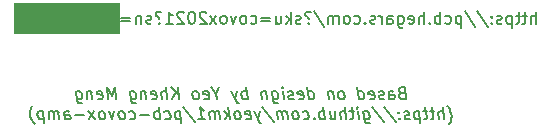
<source format=gbo>
%TF.GenerationSoftware,KiCad,Pcbnew,(5.1.9)-1*%
%TF.CreationDate,2021-01-10T22:28:58+11:00*%
%TF.ProjectId,pcb-covox-amp,7063622d-636f-4766-9f78-2d616d702e6b,3*%
%TF.SameCoordinates,Original*%
%TF.FileFunction,Legend,Bot*%
%TF.FilePolarity,Positive*%
%FSLAX46Y46*%
G04 Gerber Fmt 4.6, Leading zero omitted, Abs format (unit mm)*
G04 Created by KiCad (PCBNEW (5.1.9)-1) date 2021-01-10 22:28:58*
%MOMM*%
%LPD*%
G01*
G04 APERTURE LIST*
%ADD10C,0.100000*%
%ADD11C,0.200000*%
G04 APERTURE END LIST*
D10*
G36*
X122860000Y-100090000D02*
G01*
X113970000Y-100090000D01*
X113970000Y-97550000D01*
X122860000Y-97550000D01*
X122860000Y-100090000D01*
G37*
X122860000Y-100090000D02*
X113970000Y-100090000D01*
X113970000Y-97550000D01*
X122860000Y-97550000D01*
X122860000Y-100090000D01*
D11*
X158187619Y-99272380D02*
X158187619Y-98272380D01*
X157759047Y-99272380D02*
X157759047Y-98748571D01*
X157806666Y-98653333D01*
X157901904Y-98605714D01*
X158044761Y-98605714D01*
X158140000Y-98653333D01*
X158187619Y-98700952D01*
X157425714Y-98605714D02*
X157044761Y-98605714D01*
X157282857Y-98272380D02*
X157282857Y-99129523D01*
X157235238Y-99224761D01*
X157140000Y-99272380D01*
X157044761Y-99272380D01*
X156854285Y-98605714D02*
X156473333Y-98605714D01*
X156711428Y-98272380D02*
X156711428Y-99129523D01*
X156663809Y-99224761D01*
X156568571Y-99272380D01*
X156473333Y-99272380D01*
X156140000Y-98605714D02*
X156140000Y-99605714D01*
X156140000Y-98653333D02*
X156044761Y-98605714D01*
X155854285Y-98605714D01*
X155759047Y-98653333D01*
X155711428Y-98700952D01*
X155663809Y-98796190D01*
X155663809Y-99081904D01*
X155711428Y-99177142D01*
X155759047Y-99224761D01*
X155854285Y-99272380D01*
X156044761Y-99272380D01*
X156140000Y-99224761D01*
X155282857Y-99224761D02*
X155187619Y-99272380D01*
X154997142Y-99272380D01*
X154901904Y-99224761D01*
X154854285Y-99129523D01*
X154854285Y-99081904D01*
X154901904Y-98986666D01*
X154997142Y-98939047D01*
X155140000Y-98939047D01*
X155235238Y-98891428D01*
X155282857Y-98796190D01*
X155282857Y-98748571D01*
X155235238Y-98653333D01*
X155140000Y-98605714D01*
X154997142Y-98605714D01*
X154901904Y-98653333D01*
X154425714Y-99177142D02*
X154378095Y-99224761D01*
X154425714Y-99272380D01*
X154473333Y-99224761D01*
X154425714Y-99177142D01*
X154425714Y-99272380D01*
X154425714Y-98653333D02*
X154378095Y-98700952D01*
X154425714Y-98748571D01*
X154473333Y-98700952D01*
X154425714Y-98653333D01*
X154425714Y-98748571D01*
X153235238Y-98224761D02*
X154092380Y-99510476D01*
X152187619Y-98224761D02*
X153044761Y-99510476D01*
X151854285Y-98605714D02*
X151854285Y-99605714D01*
X151854285Y-98653333D02*
X151759047Y-98605714D01*
X151568571Y-98605714D01*
X151473333Y-98653333D01*
X151425714Y-98700952D01*
X151378095Y-98796190D01*
X151378095Y-99081904D01*
X151425714Y-99177142D01*
X151473333Y-99224761D01*
X151568571Y-99272380D01*
X151759047Y-99272380D01*
X151854285Y-99224761D01*
X150520952Y-99224761D02*
X150616190Y-99272380D01*
X150806666Y-99272380D01*
X150901904Y-99224761D01*
X150949523Y-99177142D01*
X150997142Y-99081904D01*
X150997142Y-98796190D01*
X150949523Y-98700952D01*
X150901904Y-98653333D01*
X150806666Y-98605714D01*
X150616190Y-98605714D01*
X150520952Y-98653333D01*
X150092380Y-99272380D02*
X150092380Y-98272380D01*
X150092380Y-98653333D02*
X149997142Y-98605714D01*
X149806666Y-98605714D01*
X149711428Y-98653333D01*
X149663809Y-98700952D01*
X149616190Y-98796190D01*
X149616190Y-99081904D01*
X149663809Y-99177142D01*
X149711428Y-99224761D01*
X149806666Y-99272380D01*
X149997142Y-99272380D01*
X150092380Y-99224761D01*
X149187619Y-99177142D02*
X149140000Y-99224761D01*
X149187619Y-99272380D01*
X149235238Y-99224761D01*
X149187619Y-99177142D01*
X149187619Y-99272380D01*
X148711428Y-99272380D02*
X148711428Y-98272380D01*
X148282857Y-99272380D02*
X148282857Y-98748571D01*
X148330476Y-98653333D01*
X148425714Y-98605714D01*
X148568571Y-98605714D01*
X148663809Y-98653333D01*
X148711428Y-98700952D01*
X147425714Y-99224761D02*
X147520952Y-99272380D01*
X147711428Y-99272380D01*
X147806666Y-99224761D01*
X147854285Y-99129523D01*
X147854285Y-98748571D01*
X147806666Y-98653333D01*
X147711428Y-98605714D01*
X147520952Y-98605714D01*
X147425714Y-98653333D01*
X147378095Y-98748571D01*
X147378095Y-98843809D01*
X147854285Y-98939047D01*
X146520952Y-98605714D02*
X146520952Y-99415238D01*
X146568571Y-99510476D01*
X146616190Y-99558095D01*
X146711428Y-99605714D01*
X146854285Y-99605714D01*
X146949523Y-99558095D01*
X146520952Y-99224761D02*
X146616190Y-99272380D01*
X146806666Y-99272380D01*
X146901904Y-99224761D01*
X146949523Y-99177142D01*
X146997142Y-99081904D01*
X146997142Y-98796190D01*
X146949523Y-98700952D01*
X146901904Y-98653333D01*
X146806666Y-98605714D01*
X146616190Y-98605714D01*
X146520952Y-98653333D01*
X145616190Y-99272380D02*
X145616190Y-98748571D01*
X145663809Y-98653333D01*
X145759047Y-98605714D01*
X145949523Y-98605714D01*
X146044761Y-98653333D01*
X145616190Y-99224761D02*
X145711428Y-99272380D01*
X145949523Y-99272380D01*
X146044761Y-99224761D01*
X146092380Y-99129523D01*
X146092380Y-99034285D01*
X146044761Y-98939047D01*
X145949523Y-98891428D01*
X145711428Y-98891428D01*
X145616190Y-98843809D01*
X145140000Y-99272380D02*
X145140000Y-98605714D01*
X145140000Y-98796190D02*
X145092380Y-98700952D01*
X145044761Y-98653333D01*
X144949523Y-98605714D01*
X144854285Y-98605714D01*
X144568571Y-99224761D02*
X144473333Y-99272380D01*
X144282857Y-99272380D01*
X144187619Y-99224761D01*
X144140000Y-99129523D01*
X144140000Y-99081904D01*
X144187619Y-98986666D01*
X144282857Y-98939047D01*
X144425714Y-98939047D01*
X144520952Y-98891428D01*
X144568571Y-98796190D01*
X144568571Y-98748571D01*
X144520952Y-98653333D01*
X144425714Y-98605714D01*
X144282857Y-98605714D01*
X144187619Y-98653333D01*
X143711428Y-99177142D02*
X143663809Y-99224761D01*
X143711428Y-99272380D01*
X143759047Y-99224761D01*
X143711428Y-99177142D01*
X143711428Y-99272380D01*
X142806666Y-99224761D02*
X142901904Y-99272380D01*
X143092380Y-99272380D01*
X143187619Y-99224761D01*
X143235238Y-99177142D01*
X143282857Y-99081904D01*
X143282857Y-98796190D01*
X143235238Y-98700952D01*
X143187619Y-98653333D01*
X143092380Y-98605714D01*
X142901904Y-98605714D01*
X142806666Y-98653333D01*
X142235238Y-99272380D02*
X142330476Y-99224761D01*
X142378095Y-99177142D01*
X142425714Y-99081904D01*
X142425714Y-98796190D01*
X142378095Y-98700952D01*
X142330476Y-98653333D01*
X142235238Y-98605714D01*
X142092380Y-98605714D01*
X141997142Y-98653333D01*
X141949523Y-98700952D01*
X141901904Y-98796190D01*
X141901904Y-99081904D01*
X141949523Y-99177142D01*
X141997142Y-99224761D01*
X142092380Y-99272380D01*
X142235238Y-99272380D01*
X141473333Y-99272380D02*
X141473333Y-98605714D01*
X141473333Y-98700952D02*
X141425714Y-98653333D01*
X141330476Y-98605714D01*
X141187619Y-98605714D01*
X141092380Y-98653333D01*
X141044761Y-98748571D01*
X141044761Y-99272380D01*
X141044761Y-98748571D02*
X140997142Y-98653333D01*
X140901904Y-98605714D01*
X140759047Y-98605714D01*
X140663809Y-98653333D01*
X140616190Y-98748571D01*
X140616190Y-99272380D01*
X139425714Y-98224761D02*
X140282857Y-99510476D01*
X138949523Y-99177142D02*
X138901904Y-99224761D01*
X138949523Y-99272380D01*
X138997142Y-99224761D01*
X138949523Y-99177142D01*
X138949523Y-99272380D01*
X139140000Y-98320000D02*
X139044761Y-98272380D01*
X138806666Y-98272380D01*
X138711428Y-98320000D01*
X138663809Y-98415238D01*
X138663809Y-98510476D01*
X138711428Y-98605714D01*
X138759047Y-98653333D01*
X138854285Y-98700952D01*
X138901904Y-98748571D01*
X138949523Y-98843809D01*
X138949523Y-98891428D01*
X138282857Y-99224761D02*
X138187619Y-99272380D01*
X137997142Y-99272380D01*
X137901904Y-99224761D01*
X137854285Y-99129523D01*
X137854285Y-99081904D01*
X137901904Y-98986666D01*
X137997142Y-98939047D01*
X138140000Y-98939047D01*
X138235238Y-98891428D01*
X138282857Y-98796190D01*
X138282857Y-98748571D01*
X138235238Y-98653333D01*
X138140000Y-98605714D01*
X137997142Y-98605714D01*
X137901904Y-98653333D01*
X137425714Y-99272380D02*
X137425714Y-98272380D01*
X137330476Y-98891428D02*
X137044761Y-99272380D01*
X137044761Y-98605714D02*
X137425714Y-98986666D01*
X136187619Y-98605714D02*
X136187619Y-99272380D01*
X136616190Y-98605714D02*
X136616190Y-99129523D01*
X136568571Y-99224761D01*
X136473333Y-99272380D01*
X136330476Y-99272380D01*
X136235238Y-99224761D01*
X136187619Y-99177142D01*
X135711428Y-98748571D02*
X134949523Y-98748571D01*
X134949523Y-99034285D02*
X135711428Y-99034285D01*
X134044761Y-99224761D02*
X134140000Y-99272380D01*
X134330476Y-99272380D01*
X134425714Y-99224761D01*
X134473333Y-99177142D01*
X134520952Y-99081904D01*
X134520952Y-98796190D01*
X134473333Y-98700952D01*
X134425714Y-98653333D01*
X134330476Y-98605714D01*
X134140000Y-98605714D01*
X134044761Y-98653333D01*
X133473333Y-99272380D02*
X133568571Y-99224761D01*
X133616190Y-99177142D01*
X133663809Y-99081904D01*
X133663809Y-98796190D01*
X133616190Y-98700952D01*
X133568571Y-98653333D01*
X133473333Y-98605714D01*
X133330476Y-98605714D01*
X133235238Y-98653333D01*
X133187619Y-98700952D01*
X133140000Y-98796190D01*
X133140000Y-99081904D01*
X133187619Y-99177142D01*
X133235238Y-99224761D01*
X133330476Y-99272380D01*
X133473333Y-99272380D01*
X132806666Y-98605714D02*
X132568571Y-99272380D01*
X132330476Y-98605714D01*
X131806666Y-99272380D02*
X131901904Y-99224761D01*
X131949523Y-99177142D01*
X131997142Y-99081904D01*
X131997142Y-98796190D01*
X131949523Y-98700952D01*
X131901904Y-98653333D01*
X131806666Y-98605714D01*
X131663809Y-98605714D01*
X131568571Y-98653333D01*
X131520952Y-98700952D01*
X131473333Y-98796190D01*
X131473333Y-99081904D01*
X131520952Y-99177142D01*
X131568571Y-99224761D01*
X131663809Y-99272380D01*
X131806666Y-99272380D01*
X131140000Y-99272380D02*
X130616190Y-98605714D01*
X131140000Y-98605714D02*
X130616190Y-99272380D01*
X130282857Y-98367619D02*
X130235238Y-98320000D01*
X130140000Y-98272380D01*
X129901904Y-98272380D01*
X129806666Y-98320000D01*
X129759047Y-98367619D01*
X129711428Y-98462857D01*
X129711428Y-98558095D01*
X129759047Y-98700952D01*
X130330476Y-99272380D01*
X129711428Y-99272380D01*
X129092380Y-98272380D02*
X128997142Y-98272380D01*
X128901904Y-98320000D01*
X128854285Y-98367619D01*
X128806666Y-98462857D01*
X128759047Y-98653333D01*
X128759047Y-98891428D01*
X128806666Y-99081904D01*
X128854285Y-99177142D01*
X128901904Y-99224761D01*
X128997142Y-99272380D01*
X129092380Y-99272380D01*
X129187619Y-99224761D01*
X129235238Y-99177142D01*
X129282857Y-99081904D01*
X129330476Y-98891428D01*
X129330476Y-98653333D01*
X129282857Y-98462857D01*
X129235238Y-98367619D01*
X129187619Y-98320000D01*
X129092380Y-98272380D01*
X128378095Y-98367619D02*
X128330476Y-98320000D01*
X128235238Y-98272380D01*
X127997142Y-98272380D01*
X127901904Y-98320000D01*
X127854285Y-98367619D01*
X127806666Y-98462857D01*
X127806666Y-98558095D01*
X127854285Y-98700952D01*
X128425714Y-99272380D01*
X127806666Y-99272380D01*
X126854285Y-99272380D02*
X127425714Y-99272380D01*
X127140000Y-99272380D02*
X127140000Y-98272380D01*
X127235238Y-98415238D01*
X127330476Y-98510476D01*
X127425714Y-98558095D01*
X126282857Y-99177142D02*
X126235238Y-99224761D01*
X126282857Y-99272380D01*
X126330476Y-99224761D01*
X126282857Y-99177142D01*
X126282857Y-99272380D01*
X126473333Y-98320000D02*
X126378095Y-98272380D01*
X126140000Y-98272380D01*
X126044761Y-98320000D01*
X125997142Y-98415238D01*
X125997142Y-98510476D01*
X126044761Y-98605714D01*
X126092380Y-98653333D01*
X126187619Y-98700952D01*
X126235238Y-98748571D01*
X126282857Y-98843809D01*
X126282857Y-98891428D01*
X125616190Y-99224761D02*
X125520952Y-99272380D01*
X125330476Y-99272380D01*
X125235238Y-99224761D01*
X125187619Y-99129523D01*
X125187619Y-99081904D01*
X125235238Y-98986666D01*
X125330476Y-98939047D01*
X125473333Y-98939047D01*
X125568571Y-98891428D01*
X125616190Y-98796190D01*
X125616190Y-98748571D01*
X125568571Y-98653333D01*
X125473333Y-98605714D01*
X125330476Y-98605714D01*
X125235238Y-98653333D01*
X124759047Y-98605714D02*
X124759047Y-99272380D01*
X124759047Y-98700952D02*
X124711428Y-98653333D01*
X124616190Y-98605714D01*
X124473333Y-98605714D01*
X124378095Y-98653333D01*
X124330476Y-98748571D01*
X124330476Y-99272380D01*
X123854285Y-98748571D02*
X123092380Y-98748571D01*
X123092380Y-99034285D02*
X123854285Y-99034285D01*
X146804619Y-105137571D02*
X146667714Y-105185190D01*
X146626047Y-105232809D01*
X146590333Y-105328047D01*
X146608190Y-105470904D01*
X146667714Y-105566142D01*
X146721285Y-105613761D01*
X146822476Y-105661380D01*
X147203428Y-105661380D01*
X147078428Y-104661380D01*
X146745095Y-104661380D01*
X146655809Y-104709000D01*
X146614142Y-104756619D01*
X146578428Y-104851857D01*
X146590333Y-104947095D01*
X146649857Y-105042333D01*
X146703428Y-105089952D01*
X146804619Y-105137571D01*
X147137952Y-105137571D01*
X145774857Y-105661380D02*
X145709380Y-105137571D01*
X145745095Y-105042333D01*
X145834380Y-104994714D01*
X146024857Y-104994714D01*
X146126047Y-105042333D01*
X145768904Y-105613761D02*
X145870095Y-105661380D01*
X146108190Y-105661380D01*
X146197476Y-105613761D01*
X146233190Y-105518523D01*
X146221285Y-105423285D01*
X146161761Y-105328047D01*
X146060571Y-105280428D01*
X145822476Y-105280428D01*
X145721285Y-105232809D01*
X145340333Y-105613761D02*
X145251047Y-105661380D01*
X145060571Y-105661380D01*
X144959380Y-105613761D01*
X144899857Y-105518523D01*
X144893904Y-105470904D01*
X144929619Y-105375666D01*
X145018904Y-105328047D01*
X145161761Y-105328047D01*
X145251047Y-105280428D01*
X145286761Y-105185190D01*
X145280809Y-105137571D01*
X145221285Y-105042333D01*
X145120095Y-104994714D01*
X144977238Y-104994714D01*
X144887952Y-105042333D01*
X144102238Y-105613761D02*
X144203428Y-105661380D01*
X144393904Y-105661380D01*
X144483190Y-105613761D01*
X144518904Y-105518523D01*
X144471285Y-105137571D01*
X144411761Y-105042333D01*
X144310571Y-104994714D01*
X144120095Y-104994714D01*
X144030809Y-105042333D01*
X143995095Y-105137571D01*
X144007000Y-105232809D01*
X144495095Y-105328047D01*
X143203428Y-105661380D02*
X143078428Y-104661380D01*
X143197476Y-105613761D02*
X143298666Y-105661380D01*
X143489142Y-105661380D01*
X143578428Y-105613761D01*
X143620095Y-105566142D01*
X143655809Y-105470904D01*
X143620095Y-105185190D01*
X143560571Y-105089952D01*
X143507000Y-105042333D01*
X143405809Y-104994714D01*
X143215333Y-104994714D01*
X143126047Y-105042333D01*
X141822476Y-105661380D02*
X141911761Y-105613761D01*
X141953428Y-105566142D01*
X141989142Y-105470904D01*
X141953428Y-105185190D01*
X141893904Y-105089952D01*
X141840333Y-105042333D01*
X141739142Y-104994714D01*
X141596285Y-104994714D01*
X141507000Y-105042333D01*
X141465333Y-105089952D01*
X141429619Y-105185190D01*
X141465333Y-105470904D01*
X141524857Y-105566142D01*
X141578428Y-105613761D01*
X141679619Y-105661380D01*
X141822476Y-105661380D01*
X140977238Y-104994714D02*
X141060571Y-105661380D01*
X140989142Y-105089952D02*
X140935571Y-105042333D01*
X140834380Y-104994714D01*
X140691523Y-104994714D01*
X140602238Y-105042333D01*
X140566523Y-105137571D01*
X140632000Y-105661380D01*
X138965333Y-105661380D02*
X138840333Y-104661380D01*
X138959380Y-105613761D02*
X139060571Y-105661380D01*
X139251047Y-105661380D01*
X139340333Y-105613761D01*
X139382000Y-105566142D01*
X139417714Y-105470904D01*
X139382000Y-105185190D01*
X139322476Y-105089952D01*
X139268904Y-105042333D01*
X139167714Y-104994714D01*
X138977238Y-104994714D01*
X138887952Y-105042333D01*
X138102238Y-105613761D02*
X138203428Y-105661380D01*
X138393904Y-105661380D01*
X138483190Y-105613761D01*
X138518904Y-105518523D01*
X138471285Y-105137571D01*
X138411761Y-105042333D01*
X138310571Y-104994714D01*
X138120095Y-104994714D01*
X138030809Y-105042333D01*
X137995095Y-105137571D01*
X138007000Y-105232809D01*
X138495095Y-105328047D01*
X137673666Y-105613761D02*
X137584380Y-105661380D01*
X137393904Y-105661380D01*
X137292714Y-105613761D01*
X137233190Y-105518523D01*
X137227238Y-105470904D01*
X137262952Y-105375666D01*
X137352238Y-105328047D01*
X137495095Y-105328047D01*
X137584380Y-105280428D01*
X137620095Y-105185190D01*
X137614142Y-105137571D01*
X137554619Y-105042333D01*
X137453428Y-104994714D01*
X137310571Y-104994714D01*
X137221285Y-105042333D01*
X136822476Y-105661380D02*
X136739142Y-104994714D01*
X136697476Y-104661380D02*
X136751047Y-104709000D01*
X136709380Y-104756619D01*
X136655809Y-104709000D01*
X136697476Y-104661380D01*
X136709380Y-104756619D01*
X135834380Y-104994714D02*
X135935571Y-105804238D01*
X135995095Y-105899476D01*
X136048666Y-105947095D01*
X136149857Y-105994714D01*
X136292714Y-105994714D01*
X136382000Y-105947095D01*
X135911761Y-105613761D02*
X136012952Y-105661380D01*
X136203428Y-105661380D01*
X136292714Y-105613761D01*
X136334380Y-105566142D01*
X136370095Y-105470904D01*
X136334380Y-105185190D01*
X136274857Y-105089952D01*
X136221285Y-105042333D01*
X136120095Y-104994714D01*
X135929619Y-104994714D01*
X135840333Y-105042333D01*
X135358190Y-104994714D02*
X135441523Y-105661380D01*
X135370095Y-105089952D02*
X135316523Y-105042333D01*
X135215333Y-104994714D01*
X135072476Y-104994714D01*
X134983190Y-105042333D01*
X134947476Y-105137571D01*
X135012952Y-105661380D01*
X133774857Y-105661380D02*
X133649857Y-104661380D01*
X133697476Y-105042333D02*
X133596285Y-104994714D01*
X133405809Y-104994714D01*
X133316523Y-105042333D01*
X133274857Y-105089952D01*
X133239142Y-105185190D01*
X133274857Y-105470904D01*
X133334380Y-105566142D01*
X133387952Y-105613761D01*
X133489142Y-105661380D01*
X133679619Y-105661380D01*
X133768904Y-105613761D01*
X132882000Y-104994714D02*
X132727238Y-105661380D01*
X132405809Y-104994714D02*
X132727238Y-105661380D01*
X132852238Y-105899476D01*
X132905809Y-105947095D01*
X133007000Y-105994714D01*
X131096285Y-105185190D02*
X131155809Y-105661380D01*
X131364142Y-104661380D02*
X131096285Y-105185190D01*
X130697476Y-104661380D01*
X130102238Y-105613761D02*
X130203428Y-105661380D01*
X130393904Y-105661380D01*
X130483190Y-105613761D01*
X130518904Y-105518523D01*
X130471285Y-105137571D01*
X130411761Y-105042333D01*
X130310571Y-104994714D01*
X130120095Y-104994714D01*
X130030809Y-105042333D01*
X129995095Y-105137571D01*
X130007000Y-105232809D01*
X130495095Y-105328047D01*
X129489142Y-105661380D02*
X129578428Y-105613761D01*
X129620095Y-105566142D01*
X129655809Y-105470904D01*
X129620095Y-105185190D01*
X129560571Y-105089952D01*
X129507000Y-105042333D01*
X129405809Y-104994714D01*
X129262952Y-104994714D01*
X129173666Y-105042333D01*
X129132000Y-105089952D01*
X129096285Y-105185190D01*
X129132000Y-105470904D01*
X129191523Y-105566142D01*
X129245095Y-105613761D01*
X129346285Y-105661380D01*
X129489142Y-105661380D01*
X127965333Y-105661380D02*
X127840333Y-104661380D01*
X127393904Y-105661380D02*
X127751047Y-105089952D01*
X127268904Y-104661380D02*
X127911761Y-105232809D01*
X126965333Y-105661380D02*
X126840333Y-104661380D01*
X126536761Y-105661380D02*
X126471285Y-105137571D01*
X126507000Y-105042333D01*
X126596285Y-104994714D01*
X126739142Y-104994714D01*
X126840333Y-105042333D01*
X126893904Y-105089952D01*
X125673666Y-105613761D02*
X125774857Y-105661380D01*
X125965333Y-105661380D01*
X126054619Y-105613761D01*
X126090333Y-105518523D01*
X126042714Y-105137571D01*
X125983190Y-105042333D01*
X125882000Y-104994714D01*
X125691523Y-104994714D01*
X125602238Y-105042333D01*
X125566523Y-105137571D01*
X125578428Y-105232809D01*
X126066523Y-105328047D01*
X125120095Y-104994714D02*
X125203428Y-105661380D01*
X125132000Y-105089952D02*
X125078428Y-105042333D01*
X124977238Y-104994714D01*
X124834380Y-104994714D01*
X124745095Y-105042333D01*
X124709380Y-105137571D01*
X124774857Y-105661380D01*
X123786761Y-104994714D02*
X123887952Y-105804238D01*
X123947476Y-105899476D01*
X124001047Y-105947095D01*
X124102238Y-105994714D01*
X124245095Y-105994714D01*
X124334380Y-105947095D01*
X123864142Y-105613761D02*
X123965333Y-105661380D01*
X124155809Y-105661380D01*
X124245095Y-105613761D01*
X124286761Y-105566142D01*
X124322476Y-105470904D01*
X124286761Y-105185190D01*
X124227238Y-105089952D01*
X124173666Y-105042333D01*
X124072476Y-104994714D01*
X123882000Y-104994714D01*
X123792714Y-105042333D01*
X122632000Y-105661380D02*
X122507000Y-104661380D01*
X122262952Y-105375666D01*
X121840333Y-104661380D01*
X121965333Y-105661380D01*
X121102238Y-105613761D02*
X121203428Y-105661380D01*
X121393904Y-105661380D01*
X121483190Y-105613761D01*
X121518904Y-105518523D01*
X121471285Y-105137571D01*
X121411761Y-105042333D01*
X121310571Y-104994714D01*
X121120095Y-104994714D01*
X121030809Y-105042333D01*
X120995095Y-105137571D01*
X121007000Y-105232809D01*
X121495095Y-105328047D01*
X120548666Y-104994714D02*
X120632000Y-105661380D01*
X120560571Y-105089952D02*
X120507000Y-105042333D01*
X120405809Y-104994714D01*
X120262952Y-104994714D01*
X120173666Y-105042333D01*
X120137952Y-105137571D01*
X120203428Y-105661380D01*
X119215333Y-104994714D02*
X119316523Y-105804238D01*
X119376047Y-105899476D01*
X119429619Y-105947095D01*
X119530809Y-105994714D01*
X119673666Y-105994714D01*
X119762952Y-105947095D01*
X119292714Y-105613761D02*
X119393904Y-105661380D01*
X119584380Y-105661380D01*
X119673666Y-105613761D01*
X119715333Y-105566142D01*
X119751047Y-105470904D01*
X119715333Y-105185190D01*
X119655809Y-105089952D01*
X119602238Y-105042333D01*
X119501047Y-104994714D01*
X119310571Y-104994714D01*
X119221285Y-105042333D01*
X150846285Y-107742333D02*
X150887952Y-107694714D01*
X150965333Y-107551857D01*
X151001047Y-107456619D01*
X151030809Y-107313761D01*
X151048666Y-107075666D01*
X151024857Y-106885190D01*
X150947476Y-106647095D01*
X150882000Y-106504238D01*
X150822476Y-106409000D01*
X150709380Y-106266142D01*
X150655809Y-106218523D01*
X150417714Y-107361380D02*
X150292714Y-106361380D01*
X149989142Y-107361380D02*
X149923666Y-106837571D01*
X149959380Y-106742333D01*
X150048666Y-106694714D01*
X150191523Y-106694714D01*
X150292714Y-106742333D01*
X150346285Y-106789952D01*
X149572476Y-106694714D02*
X149191523Y-106694714D01*
X149387952Y-106361380D02*
X149495095Y-107218523D01*
X149459380Y-107313761D01*
X149370095Y-107361380D01*
X149274857Y-107361380D01*
X149001047Y-106694714D02*
X148620095Y-106694714D01*
X148816523Y-106361380D02*
X148923666Y-107218523D01*
X148887952Y-107313761D01*
X148798666Y-107361380D01*
X148703428Y-107361380D01*
X148286761Y-106694714D02*
X148411761Y-107694714D01*
X148292714Y-106742333D02*
X148191523Y-106694714D01*
X148001047Y-106694714D01*
X147911761Y-106742333D01*
X147870095Y-106789952D01*
X147834380Y-106885190D01*
X147870095Y-107170904D01*
X147929619Y-107266142D01*
X147983190Y-107313761D01*
X148084380Y-107361380D01*
X148274857Y-107361380D01*
X148364142Y-107313761D01*
X147507000Y-107313761D02*
X147417714Y-107361380D01*
X147227238Y-107361380D01*
X147126047Y-107313761D01*
X147066523Y-107218523D01*
X147060571Y-107170904D01*
X147096285Y-107075666D01*
X147185571Y-107028047D01*
X147328428Y-107028047D01*
X147417714Y-106980428D01*
X147453428Y-106885190D01*
X147447476Y-106837571D01*
X147387952Y-106742333D01*
X147286761Y-106694714D01*
X147143904Y-106694714D01*
X147054619Y-106742333D01*
X146643904Y-107266142D02*
X146602238Y-107313761D01*
X146655809Y-107361380D01*
X146697476Y-107313761D01*
X146643904Y-107266142D01*
X146655809Y-107361380D01*
X146578428Y-106742333D02*
X146536761Y-106789952D01*
X146590333Y-106837571D01*
X146632000Y-106789952D01*
X146578428Y-106742333D01*
X146590333Y-106837571D01*
X145334380Y-106313761D02*
X146352238Y-107599476D01*
X144286761Y-106313761D02*
X145304619Y-107599476D01*
X143572476Y-106694714D02*
X143673666Y-107504238D01*
X143733190Y-107599476D01*
X143786761Y-107647095D01*
X143887952Y-107694714D01*
X144030809Y-107694714D01*
X144120095Y-107647095D01*
X143649857Y-107313761D02*
X143751047Y-107361380D01*
X143941523Y-107361380D01*
X144030809Y-107313761D01*
X144072476Y-107266142D01*
X144108190Y-107170904D01*
X144072476Y-106885190D01*
X144012952Y-106789952D01*
X143959380Y-106742333D01*
X143858190Y-106694714D01*
X143667714Y-106694714D01*
X143578428Y-106742333D01*
X143179619Y-107361380D02*
X143096285Y-106694714D01*
X143054619Y-106361380D02*
X143108190Y-106409000D01*
X143066523Y-106456619D01*
X143012952Y-106409000D01*
X143054619Y-106361380D01*
X143066523Y-106456619D01*
X142762952Y-106694714D02*
X142382000Y-106694714D01*
X142578428Y-106361380D02*
X142685571Y-107218523D01*
X142649857Y-107313761D01*
X142560571Y-107361380D01*
X142465333Y-107361380D01*
X142132000Y-107361380D02*
X142007000Y-106361380D01*
X141703428Y-107361380D02*
X141637952Y-106837571D01*
X141673666Y-106742333D01*
X141762952Y-106694714D01*
X141905809Y-106694714D01*
X142007000Y-106742333D01*
X142060571Y-106789952D01*
X140715333Y-106694714D02*
X140798666Y-107361380D01*
X141143904Y-106694714D02*
X141209380Y-107218523D01*
X141173666Y-107313761D01*
X141084380Y-107361380D01*
X140941523Y-107361380D01*
X140840333Y-107313761D01*
X140786761Y-107266142D01*
X140322476Y-107361380D02*
X140197476Y-106361380D01*
X140245095Y-106742333D02*
X140143904Y-106694714D01*
X139953428Y-106694714D01*
X139864142Y-106742333D01*
X139822476Y-106789952D01*
X139786761Y-106885190D01*
X139822476Y-107170904D01*
X139882000Y-107266142D01*
X139935571Y-107313761D01*
X140036761Y-107361380D01*
X140227238Y-107361380D01*
X140316523Y-107313761D01*
X139405809Y-107266142D02*
X139364142Y-107313761D01*
X139417714Y-107361380D01*
X139459380Y-107313761D01*
X139405809Y-107266142D01*
X139417714Y-107361380D01*
X138507000Y-107313761D02*
X138608190Y-107361380D01*
X138798666Y-107361380D01*
X138887952Y-107313761D01*
X138929619Y-107266142D01*
X138965333Y-107170904D01*
X138929619Y-106885190D01*
X138870095Y-106789952D01*
X138816523Y-106742333D01*
X138715333Y-106694714D01*
X138524857Y-106694714D01*
X138435571Y-106742333D01*
X137941523Y-107361380D02*
X138030809Y-107313761D01*
X138072476Y-107266142D01*
X138108190Y-107170904D01*
X138072476Y-106885190D01*
X138012952Y-106789952D01*
X137959380Y-106742333D01*
X137858190Y-106694714D01*
X137715333Y-106694714D01*
X137626047Y-106742333D01*
X137584380Y-106789952D01*
X137548666Y-106885190D01*
X137584380Y-107170904D01*
X137643904Y-107266142D01*
X137697476Y-107313761D01*
X137798666Y-107361380D01*
X137941523Y-107361380D01*
X137179619Y-107361380D02*
X137096285Y-106694714D01*
X137108190Y-106789952D02*
X137054619Y-106742333D01*
X136953428Y-106694714D01*
X136810571Y-106694714D01*
X136721285Y-106742333D01*
X136685571Y-106837571D01*
X136751047Y-107361380D01*
X136685571Y-106837571D02*
X136626047Y-106742333D01*
X136524857Y-106694714D01*
X136382000Y-106694714D01*
X136292714Y-106742333D01*
X136257000Y-106837571D01*
X136322476Y-107361380D01*
X135001047Y-106313761D02*
X136018904Y-107599476D01*
X134810571Y-106694714D02*
X134655809Y-107361380D01*
X134334380Y-106694714D02*
X134655809Y-107361380D01*
X134780809Y-107599476D01*
X134834380Y-107647095D01*
X134935571Y-107694714D01*
X133649857Y-107313761D02*
X133751047Y-107361380D01*
X133941523Y-107361380D01*
X134030809Y-107313761D01*
X134066523Y-107218523D01*
X134018904Y-106837571D01*
X133959380Y-106742333D01*
X133858190Y-106694714D01*
X133667714Y-106694714D01*
X133578428Y-106742333D01*
X133542714Y-106837571D01*
X133554619Y-106932809D01*
X134042714Y-107028047D01*
X133036761Y-107361380D02*
X133126047Y-107313761D01*
X133167714Y-107266142D01*
X133203428Y-107170904D01*
X133167714Y-106885190D01*
X133108190Y-106789952D01*
X133054619Y-106742333D01*
X132953428Y-106694714D01*
X132810571Y-106694714D01*
X132721285Y-106742333D01*
X132679619Y-106789952D01*
X132643904Y-106885190D01*
X132679619Y-107170904D01*
X132739142Y-107266142D01*
X132792714Y-107313761D01*
X132893904Y-107361380D01*
X133036761Y-107361380D01*
X132274857Y-107361380D02*
X132149857Y-106361380D01*
X132132000Y-106980428D02*
X131893904Y-107361380D01*
X131810571Y-106694714D02*
X132239142Y-107075666D01*
X131465333Y-107361380D02*
X131382000Y-106694714D01*
X131393904Y-106789952D02*
X131340333Y-106742333D01*
X131239142Y-106694714D01*
X131096285Y-106694714D01*
X131007000Y-106742333D01*
X130971285Y-106837571D01*
X131036761Y-107361380D01*
X130971285Y-106837571D02*
X130911761Y-106742333D01*
X130810571Y-106694714D01*
X130667714Y-106694714D01*
X130578428Y-106742333D01*
X130542714Y-106837571D01*
X130608190Y-107361380D01*
X129608190Y-107361380D02*
X130179619Y-107361380D01*
X129893904Y-107361380D02*
X129768904Y-106361380D01*
X129882000Y-106504238D01*
X129989142Y-106599476D01*
X130090333Y-106647095D01*
X128334380Y-106313761D02*
X129352238Y-107599476D01*
X128048666Y-106694714D02*
X128173666Y-107694714D01*
X128054619Y-106742333D02*
X127953428Y-106694714D01*
X127762952Y-106694714D01*
X127673666Y-106742333D01*
X127632000Y-106789952D01*
X127596285Y-106885190D01*
X127632000Y-107170904D01*
X127691523Y-107266142D01*
X127745095Y-107313761D01*
X127846285Y-107361380D01*
X128036761Y-107361380D01*
X128126047Y-107313761D01*
X126792714Y-107313761D02*
X126893904Y-107361380D01*
X127084380Y-107361380D01*
X127173666Y-107313761D01*
X127215333Y-107266142D01*
X127251047Y-107170904D01*
X127215333Y-106885190D01*
X127155809Y-106789952D01*
X127102238Y-106742333D01*
X127001047Y-106694714D01*
X126810571Y-106694714D01*
X126721285Y-106742333D01*
X126370095Y-107361380D02*
X126245095Y-106361380D01*
X126292714Y-106742333D02*
X126191523Y-106694714D01*
X126001047Y-106694714D01*
X125911761Y-106742333D01*
X125870095Y-106789952D01*
X125834380Y-106885190D01*
X125870095Y-107170904D01*
X125929619Y-107266142D01*
X125983190Y-107313761D01*
X126084380Y-107361380D01*
X126274857Y-107361380D01*
X126364142Y-107313761D01*
X125417714Y-106980428D02*
X124655809Y-106980428D01*
X123792714Y-107313761D02*
X123893904Y-107361380D01*
X124084380Y-107361380D01*
X124173666Y-107313761D01*
X124215333Y-107266142D01*
X124251047Y-107170904D01*
X124215333Y-106885190D01*
X124155809Y-106789952D01*
X124102238Y-106742333D01*
X124001047Y-106694714D01*
X123810571Y-106694714D01*
X123721285Y-106742333D01*
X123227238Y-107361380D02*
X123316523Y-107313761D01*
X123358190Y-107266142D01*
X123393904Y-107170904D01*
X123358190Y-106885190D01*
X123298666Y-106789952D01*
X123245095Y-106742333D01*
X123143904Y-106694714D01*
X123001047Y-106694714D01*
X122911761Y-106742333D01*
X122870095Y-106789952D01*
X122834380Y-106885190D01*
X122870095Y-107170904D01*
X122929619Y-107266142D01*
X122983190Y-107313761D01*
X123084380Y-107361380D01*
X123227238Y-107361380D01*
X122477238Y-106694714D02*
X122322476Y-107361380D01*
X122001047Y-106694714D01*
X121560571Y-107361380D02*
X121649857Y-107313761D01*
X121691523Y-107266142D01*
X121727238Y-107170904D01*
X121691523Y-106885190D01*
X121632000Y-106789952D01*
X121578428Y-106742333D01*
X121477238Y-106694714D01*
X121334380Y-106694714D01*
X121245095Y-106742333D01*
X121203428Y-106789952D01*
X121167714Y-106885190D01*
X121203428Y-107170904D01*
X121262952Y-107266142D01*
X121316523Y-107313761D01*
X121417714Y-107361380D01*
X121560571Y-107361380D01*
X120893904Y-107361380D02*
X120286761Y-106694714D01*
X120810571Y-106694714D02*
X120370095Y-107361380D01*
X119941523Y-106980428D02*
X119179619Y-106980428D01*
X118322476Y-107361380D02*
X118257000Y-106837571D01*
X118292714Y-106742333D01*
X118382000Y-106694714D01*
X118572476Y-106694714D01*
X118673666Y-106742333D01*
X118316523Y-107313761D02*
X118417714Y-107361380D01*
X118655809Y-107361380D01*
X118745095Y-107313761D01*
X118780809Y-107218523D01*
X118768904Y-107123285D01*
X118709380Y-107028047D01*
X118608190Y-106980428D01*
X118370095Y-106980428D01*
X118268904Y-106932809D01*
X117846285Y-107361380D02*
X117762952Y-106694714D01*
X117774857Y-106789952D02*
X117721285Y-106742333D01*
X117620095Y-106694714D01*
X117477238Y-106694714D01*
X117387952Y-106742333D01*
X117352238Y-106837571D01*
X117417714Y-107361380D01*
X117352238Y-106837571D02*
X117292714Y-106742333D01*
X117191523Y-106694714D01*
X117048666Y-106694714D01*
X116959380Y-106742333D01*
X116923666Y-106837571D01*
X116989142Y-107361380D01*
X116429619Y-106694714D02*
X116554619Y-107694714D01*
X116435571Y-106742333D02*
X116334380Y-106694714D01*
X116143904Y-106694714D01*
X116054619Y-106742333D01*
X116012952Y-106789952D01*
X115977238Y-106885190D01*
X116012952Y-107170904D01*
X116072476Y-107266142D01*
X116126047Y-107313761D01*
X116227238Y-107361380D01*
X116417714Y-107361380D01*
X116507000Y-107313761D01*
X115751047Y-107742333D02*
X115697476Y-107694714D01*
X115584380Y-107551857D01*
X115524857Y-107456619D01*
X115459380Y-107313761D01*
X115382000Y-107075666D01*
X115358190Y-106885190D01*
X115376047Y-106647095D01*
X115405809Y-106504238D01*
X115441523Y-106409000D01*
X115518904Y-106266142D01*
X115560571Y-106218523D01*
M02*

</source>
